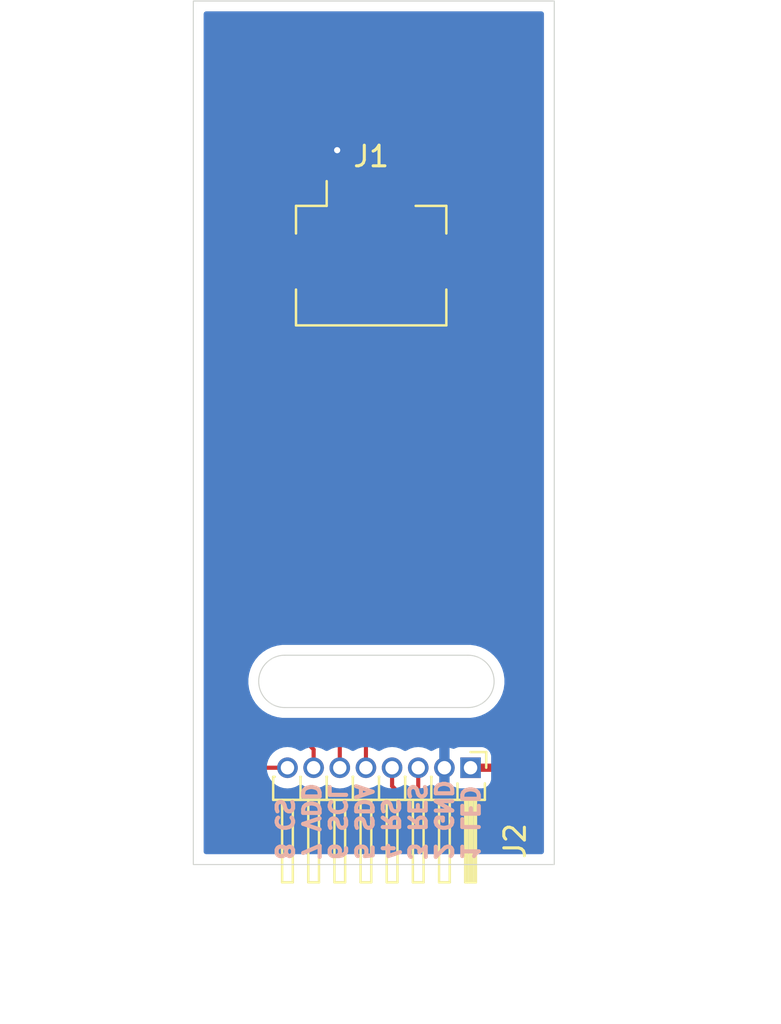
<source format=kicad_pcb>
(kicad_pcb (version 20240108) (generator "pcbnew") (generator_version "8.0")
  (layers (0 "F.Cu" signal) (31 "B.Cu" signal) (34 "B.Paste" user) (35 "F.Paste" user) (36 "B.SilkS" user "B.Silkscreen") (37 "F.SilkS" user "F.Silkscreen") (38 "B.Mask" user) (39 "F.Mask" user) (44 "Edge.Cuts" user))
  (net 0 "")
  (net 1 "/LEDA")
  (net 2 "/SDA")
  (net 3 "/VDD")
  (net 4 "/RESET")
  (net 5 "/GND")
  (net 6 "/SCL")
  (net 7 "/RS")
  (net 8 "/CS")
  (footprint "Connector_FFC-FPC:Hirose_FH12-8S-0.5SH_1x08-1MP_P0.50mm_Horizontal" (layer "F.Cu") (at 135.636 72.202)
    (property "Reference" "J1" (at 0 -3.7 0) (layer "F.SilkS"))
    (property "Value" "Conn_01x08")
    (fp_line (start -3.65 -1.3) (end -3.65 0.04) (stroke (width 0.12)) (layer "F.SilkS"))
    (fp_line (start -3.65 2.76) (end -3.65 4.5) (stroke (width 0.12)) (layer "F.SilkS"))
    (fp_line (start -3.65 4.5) (end 3.65 4.5) (stroke (width 0.12)) (layer "F.SilkS"))
    (fp_line (start -2.16 -1.3) (end -3.65 -1.3) (stroke (width 0.12)) (layer "F.SilkS"))
    (fp_line (start -2.16 -1.3) (end -2.16 -2.5) (stroke (width 0.12)) (layer "F.SilkS"))
    (fp_line (start 2.16 -1.3) (end 3.65 -1.3) (stroke (width 0.12)) (layer "F.SilkS"))
    (fp_line (start 3.65 -1.3) (end 3.65 0.04) (stroke (width 0.12)) (layer "F.SilkS"))
    (fp_line (start 3.65 4.5) (end 3.65 2.76) (stroke (width 0.12)) (layer "F.SilkS"))
    (pad "1" smd rect (at -1.75 -1.85) (size 0.3 1.3) (layers "F.Cu" "F.Paste" "F.Mask") (net 1 "/LEDA"))
    (pad "2" smd rect (at -1.25 -1.85) (size 0.3 1.3) (layers "F.Cu" "F.Paste" "F.Mask") (net 5 "/GND"))
    (pad "3" smd rect (at -0.75 -1.85) (size 0.3 1.3) (layers "F.Cu" "F.Paste" "F.Mask") (net 4 "/RESET"))
    (pad "4" smd rect (at -0.25 -1.85) (size 0.3 1.3) (layers "F.Cu" "F.Paste" "F.Mask") (net 7 "/RS"))
    (pad "5" smd rect (at 0.25 -1.85) (size 0.3 1.3) (layers "F.Cu" "F.Paste" "F.Mask") (net 2 "/SDA"))
    (pad "6" smd rect (at 0.75 -1.85) (size 0.3 1.3) (layers "F.Cu" "F.Paste" "F.Mask") (net 6 "/SCL"))
    (pad "7" smd rect (at 1.25 -1.85) (size 0.3 1.3) (layers "F.Cu" "F.Paste" "F.Mask") (net 3 "/VDD"))
    (pad "8" smd rect (at 1.75 -1.85) (size 0.3 1.3) (layers "F.Cu" "F.Paste" "F.Mask") (net 8 "/CS"))
    (pad "MP" smd rect (at -3.65 1.4) (size 1.8 2.2) (layers "F.Cu" "F.Paste" "F.Mask"))
    (pad "MP" smd rect (at 3.65 1.4) (size 1.8 2.2) (layers "F.Cu" "F.Paste" "F.Mask"))
  )
  (footprint "Connector_PinHeader_1.27mm:PinHeader_1x08_P1.27mm_Horizontal" (layer "F.Cu") (at 140.462 98.171 -90)
    (property "Reference" "J2" (at 3.556 -2.159 -90) (layer "F.SilkS"))
    (property "Value" "Conn_01x08")
    (fp_line (start 0.44 9.585) (end 0.44 9.509677) (stroke (width 0.12)) (layer "F.SilkS"))
    (fp_line (start 1.56 9.585) (end 0.44 9.585) (stroke (width 0.12)) (layer "F.SilkS"))
    (fp_line (start 5.56 9.15) (end 1.56 9.15) (stroke (width 0.12)) (layer "F.SilkS"))
    (fp_line (start 1.56 8.63) (end 5.56 8.63) (stroke (width 0.12)) (layer "F.SilkS"))
    (fp_line (start 5.56 8.63) (end 5.56 9.15) (stroke (width 0.12)) (layer "F.SilkS"))
    (fp_line (start 0.44 8.255) (end 1.56 8.255) (stroke (width 0.12)) (layer "F.SilkS"))
    (fp_line (start 0.44 8.239677) (end 0.44 8.270323) (stroke (width 0.12)) (layer "F.SilkS"))
    (fp_line (start 5.56 7.88) (end 1.56 7.88) (stroke (width 0.12)) (layer "F.SilkS"))
    (fp_line (start 1.56 7.36) (end 5.56 7.36) (stroke (width 0.12)) (layer "F.SilkS"))
    (fp_line (start 5.56 7.36) (end 5.56 7.88) (stroke (width 0.12)) (layer "F.SilkS"))
    (fp_line (start 0.44 6.985) (end 1.56 6.985) (stroke (width 0.12)) (layer "F.SilkS"))
    (fp_line (start 0.44 6.969677) (end 0.44 7.000323) (stroke (width 0.12)) (layer "F.SilkS"))
    (fp_line (start 5.56 6.61) (end 1.56 6.61) (stroke (width 0.12)) (layer "F.SilkS"))
    (fp_line (start 1.56 6.09) (end 5.56 6.09) (stroke (width 0.12)) (layer "F.SilkS"))
    (fp_line (start 5.56 6.09) (end 5.56 6.61) (stroke (width 0.12)) (layer "F.SilkS"))
    (fp_line (start 0.44 5.715) (end 1.56 5.715) (stroke (width 0.12)) (layer "F.SilkS"))
    (fp_line (start 0.44 5.699677) (end 0.44 5.730323) (stroke (width 0.12)) (layer "F.SilkS"))
    (fp_line (start 5.56 5.34) (end 1.56 5.34) (stroke (width 0.12)) (layer "F.SilkS"))
    (fp_line (start 1.56 4.82) (end 5.56 4.82) (stroke (width 0.12)) (layer "F.SilkS"))
    (fp_line (start 5.56 4.82) (end 5.56 5.34) (stroke (width 0.12)) (layer "F.SilkS"))
    (fp_line (start 0.44 4.445) (end 1.56 4.445) (stroke (width 0.12)) (layer "F.SilkS"))
    (fp_line (start 0.44 4.429677) (end 0.44 4.460323) (stroke (width 0.12)) (layer "F.SilkS"))
    (fp_line (start 5.56 4.07) (end 1.56 4.07) (stroke (width 0.12)) (layer "F.SilkS"))
    (fp_line (start 1.56 3.55) (end 5.56 3.55) (stroke (width 0.12)) (layer "F.SilkS"))
    (fp_line (start 5.56 3.55) (end 5.56 4.07) (stroke (width 0.12)) (layer "F.SilkS"))
    (fp_line (start 0.44 3.175) (end 1.56 3.175) (stroke (width 0.12)) (layer "F.SilkS"))
    (fp_line (start 0.44 3.159677) (end 0.44 3.190323) (stroke (width 0.12)) (layer "F.SilkS"))
    (fp_line (start 5.56 2.8) (end 1.56 2.8) (stroke (width 0.12)) (layer "F.SilkS"))
    (fp_line (start 1.56 2.28) (end 5.56 2.28) (stroke (width 0.12)) (layer "F.SilkS"))
    (fp_line (start 5.56 2.28) (end 5.56 2.8) (stroke (width 0.12)) (layer "F.SilkS"))
    (fp_line (start 0.44 1.905) (end 1.56 1.905) (stroke (width 0.12)) (layer "F.SilkS"))
    (fp_line (start 0.44 1.889677) (end 0.44 1.920323) (stroke (width 0.12)) (layer "F.SilkS"))
    (fp_line (start 5.56 1.53) (end 1.56 1.53) (stroke (width 0.12)) (layer "F.SilkS"))
    (fp_line (start 1.56 1.01) (end 5.56 1.01) (stroke (width 0.12)) (layer "F.SilkS"))
    (fp_line (start 5.56 1.01) (end 5.56 1.53) (stroke (width 0.12)) (layer "F.SilkS"))
    (fp_line (start 0.76 0.635) (end 1.56 0.635) (stroke (width 0.12)) (layer "F.SilkS"))
    (fp_line (start 5.56 0.26) (end 1.56 0.26) (stroke (width 0.12)) (layer "F.SilkS"))
    (fp_line (start 1.56 0.16) (end 5.56 0.16) (stroke (width 0.12)) (layer "F.SilkS"))
    (fp_line (start 1.56 0.04) (end 5.56 0.04) (stroke (width 0.12)) (layer "F.SilkS"))
    (fp_line (start -0.76 0) (end -0.76 -0.76) (stroke (width 0.12)) (layer "F.SilkS"))
    (fp_line (start 1.56 -0.08) (end 5.56 -0.08) (stroke (width 0.12)) (layer "F.SilkS"))
    (fp_line (start 1.56 -0.2) (end 5.56 -0.2) (stroke (width 0.12)) (layer "F.SilkS"))
    (fp_line (start 1.56 -0.26) (end 5.56 -0.26) (stroke (width 0.12)) (layer "F.SilkS"))
    (fp_line (start 5.56 -0.26) (end 5.56 0.26) (stroke (width 0.12)) (layer "F.SilkS"))
    (fp_line (start 0.76 -0.695) (end 1.56 -0.695) (stroke (width 0.12)) (layer "F.SilkS"))
    (fp_line (start 1.56 -0.695) (end 1.56 9.585) (stroke (width 0.12)) (layer "F.SilkS"))
    (fp_line (start -0.76 -0.76) (end 0 -0.76) (stroke (width 0.12)) (layer "F.SilkS"))
    (pad "1" thru_hole rect (at 0 0 270) (size 1 1) (drill 0.65) (layers "*.Cu" "*.Mask") (net 1 "/LEDA"))
    (pad "2" thru_hole oval (at 0 1.27 270) (size 1 1) (drill 0.65) (layers "*.Cu" "*.Mask") (net 5 "/GND"))
    (pad "3" thru_hole oval (at 0 2.54 270) (size 1 1) (drill 0.65) (layers "*.Cu" "*.Mask") (net 4 "/RESET"))
    (pad "4" thru_hole oval (at 0 3.81 270) (size 1 1) (drill 0.65) (layers "*.Cu" "*.Mask") (net 7 "/RS"))
    (pad "5" thru_hole oval (at 0 5.08 270) (size 1 1) (drill 0.65) (layers "*.Cu" "*.Mask") (net 2 "/SDA"))
    (pad "6" thru_hole oval (at 0 6.35 270) (size 1 1) (drill 0.65) (layers "*.Cu" "*.Mask") (net 6 "/SCL"))
    (pad "7" thru_hole oval (at 0 7.62 270) (size 1 1) (drill 0.65) (layers "*.Cu" "*.Mask") (net 3 "/VDD"))
    (pad "8" thru_hole oval (at 0 8.89 270) (size 1 1) (drill 0.65) (layers "*.Cu" "*.Mask") (net 8 "/CS"))
  )
  (gr_arc (start 140.335 92.71) (mid 141.605 93.98) (end 140.335 95.25) (stroke (width 0.05)) (layer "Edge.Cuts"))
  (gr_line (start 131.445 95.25) (end 140.335 95.25) (stroke (width 0.05)) (layer "Edge.Cuts"))
  (gr_rect (start 127 60.96) (end 144.526 102.87) (stroke (width 0.05)) (fill none) (layer "Edge.Cuts"))
  (gr_arc (start 131.445 95.25) (mid 130.175 93.98) (end 131.445 92.71) (stroke (width 0.05)) (layer "Edge.Cuts"))
  (gr_line (start 131.445 92.71) (end 140.335 92.71) (stroke (width 0.05)) (layer "Edge.Cuts"))
  (gr_text "1 LED\n2 GND\n3 RES\n4 RS\n5 SDA\n6 SCL\n7 VDD\n8 CS" (at 130.937 102.743 270) (layer "B.SilkS") (effects (font (size 0.8 0.8) (thickness 0.2) (bold yes)) (justify left bottom mirror)))
  (segment (start 142.464 97.439) (end 142.464 86.72542) (width 0.4) (layer "F.Cu") (net 1))
  (segment (start 133.836 78.097421) (end 133.836 70.352) (width 0.4) (layer "F.Cu") (net 1))
  (segment (start 141.732 98.171) (end 142.464 97.439) (width 0.4) (layer "F.Cu") (net 1))
  (segment (start 140.462 98.171) (end 141.732 98.171) (width 0.4) (layer "F.Cu") (net 1))
  (segment (start 142.464 86.72542) (end 133.836 78.097421) (width 0.4) (layer "F.Cu") (net 1))
  (segment (start 128.937416 69.49427) (end 131.883686 66.548) (width 0.2) (layer "F.Cu") (net 2))
  (segment (start 135.886 70.354) (end 135.89 70.358) (width 0.2) (layer "F.Cu") (net 2))
  (segment (start 135.509 66.548) (end 135.886 66.925) (width 0.2) (layer "F.Cu") (net 2))
  (segment (start 135.001 96.012) (end 129.667 96.012) (width 0.2) (layer "F.Cu") (net 2))
  (segment (start 129.667 96.012) (end 128.937416 95.282416) (width 0.2) (layer "F.Cu") (net 2))
  (segment (start 135.382 98.171) (end 135.382 96.393) (width 0.2) (layer "F.Cu") (net 2))
  (segment (start 135.886 66.925) (end 135.886 69.844) (width 0.2) (layer "F.Cu") (net 2))
  (segment (start 131.883686 66.548) (end 135.509 66.548) (width 0.2) (layer "F.Cu") (net 2))
  (segment (start 128.937416 95.282416) (end 128.937416 69.49427) (width 0.2) (layer "F.Cu") (net 2))
  (segment (start 135.382 96.393) (end 135.001 96.012) (width 0.2) (layer "F.Cu") (net 2))
  (segment (start 128.137416 69.162898) (end 131.660314 65.64) (width 0.2) (layer "F.Cu") (net 3))
  (segment (start 132.48 96.92) (end 129.443628 96.92) (width 0.2) (layer "F.Cu") (net 3))
  (segment (start 132.842 97.282) (end 132.48 96.92) (width 0.2) (layer "F.Cu") (net 3))
  (segment (start 131.660314 65.64) (end 136.055686 65.64) (width 0.2) (layer "F.Cu") (net 3))
  (segment (start 132.842 98.171) (end 132.842 97.282) (width 0.2) (layer "F.Cu") (net 3))
  (segment (start 136.886 66.470314) (end 136.886 69.844) (width 0.2) (layer "F.Cu") (net 3))
  (segment (start 136.055686 65.64) (end 136.886 66.470314) (width 0.2) (layer "F.Cu") (net 3))
  (segment (start 128.137416 95.613787) (end 128.137416 69.162898) (width 0.2) (layer "F.Cu") (net 3))
  (segment (start 129.443628 96.92) (end 128.137416 95.613787) (width 0.2) (layer "F.Cu") (net 3))
  (segment (start 138.449 99.841) (end 137.922 99.314) (width 0.2) (layer "F.Cu") (net 4))
  (segment (start 134.886 77.874628) (end 143.364 86.352628) (width 0.2) (layer "F.Cu") (net 4))
  (segment (start 134.886 77.874628) (end 134.886 69.844) (width 0.2) (layer "F.Cu") (net 4))
  (segment (start 143.364 98.063) (end 141.586 99.841) (width 0.2) (layer "F.Cu") (net 4))
  (segment (start 143.364 86.352628) (end 143.364 98.063) (width 0.2) (layer "F.Cu") (net 4))
  (segment (start 137.922 99.314) (end 137.922 98.171) (width 0.2) (layer "F.Cu") (net 4))
  (segment (start 141.586 99.841) (end 138.449 99.841) (width 0.2) (layer "F.Cu") (net 4))
  (segment (start 142.964 86.518314) (end 142.964 97.828) (width 0.2) (layer "F.Cu") (net 5))
  (segment (start 139.192 99.187) (end 139.192 98.171) (width 0.2) (layer "F.Cu") (net 5))
  (segment (start 134.386 77.940314) (end 142.964 86.518314) (width 0.2) (layer "F.Cu") (net 5))
  (segment (start 134.386 68.6) (end 134.386 77.940314) (width 0.2) (layer "F.Cu") (net 5))
  (segment (start 142.964 97.828) (end 141.351 99.441) (width 0.2) (layer "F.Cu") (net 5))
  (segment (start 139.446 99.441) (end 139.192 99.187) (width 0.2) (layer "F.Cu") (net 5))
  (segment (start 133.985 68.199) (end 134.386 68.6) (width 0.2) (layer "F.Cu") (net 5))
  (segment (start 141.351 99.441) (end 139.446 99.441) (width 0.2) (layer "F.Cu") (net 5))
  (via (at 133.985 68.199) (size 0.6) (drill 0.3) (layers "F.Cu" "B.Cu") (net 5))
  (segment (start 128.537416 95.448101) (end 128.537416 69.328584) (width 0.2) (layer "F.Cu") (net 6))
  (segment (start 136.386 66.536) (end 136.386 69.844) (width 0.2) (layer "F.Cu") (net 6))
  (segment (start 133.604 96.52) (end 129.609314 96.52) (width 0.2) (layer "F.Cu") (net 6))
  (segment (start 131.826 66.04) (end 135.89 66.04) (width 0.2) (layer "F.Cu") (net 6))
  (segment (start 128.537416 69.328584) (end 131.826 66.04) (width 0.2) (layer "F.Cu") (net 6))
  (segment (start 134.112 98.171) (end 134.112 97.028) (width 0.2) (layer "F.Cu") (net 6))
  (segment (start 135.89 66.04) (end 136.386 66.536) (width 0.2) (layer "F.Cu") (net 6))
  (segment (start 129.609314 96.52) (end 128.537416 95.448101) (width 0.2) (layer "F.Cu") (net 6))
  (segment (start 134.112 97.028) (end 133.604 96.52) (width 0.2) (layer "F.Cu") (net 6))
  (segment (start 135.386 77.728) (end 143.764 86.106) (width 0.2) (layer "F.Cu") (net 7))
  (segment (start 135.386 69.844) (end 135.386 77.728) (width 0.2) (layer "F.Cu") (net 7))
  (segment (start 137.833 100.241) (end 136.652 99.06) (width 0.2) (layer "F.Cu") (net 7))
  (segment (start 143.764 98.298) (end 141.821 100.241) (width 0.2) (layer "F.Cu") (net 7))
  (segment (start 136.652 99.06) (end 136.652 98.171) (width 0.2) (layer "F.Cu") (net 7))
  (segment (start 143.764 86.106) (end 143.764 98.298) (width 0.2) (layer "F.Cu") (net 7))
  (segment (start 141.821 100.241) (end 137.833 100.241) (width 0.2) (layer "F.Cu") (net 7))
  (segment (start 131.572 98.171) (end 130.048 98.171) (width 0.2) (layer "F.Cu") (net 8))
  (segment (start 127.737416 68.997213) (end 131.494629 65.24) (width 0.2) (layer "F.Cu") (net 8))
  (segment (start 131.494629 65.24) (end 136.36 65.24) (width 0.2) (layer "F.Cu") (net 8))
  (segment (start 136.36 65.24) (end 137.386 66.266) (width 0.2) (layer "F.Cu") (net 8))
  (segment (start 127.737416 95.860416) (end 127.737416 68.997213) (width 0.2) (layer "F.Cu") (net 8))
  (segment (start 130.048 98.171) (end 127.737416 95.860416) (width 0.2) (layer "F.Cu") (net 8))
  (segment (start 137.386 66.266) (end 137.386 69.844) (width 0.2) (layer "F.Cu") (net 8))
  (zone (net 5) (net_name "/GND") (layer "B.Cu") (connect_pads (clearance 0.5)) (min_thickness 0.25) (fill yes (thermal_gap 0.5) (thermal_bridge_width 0.5) (island_removal_mode 1) (island_area_min 10))
    (polygon (pts (xy 127.127 61.087) (xy 144.399 61.087) (xy 144.399 102.743) (xy 127.127 102.743)))
  )
)
</source>
